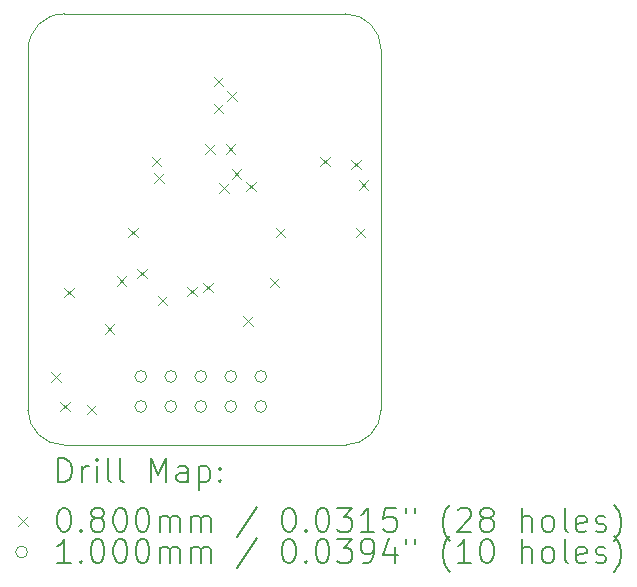
<source format=gbr>
%TF.GenerationSoftware,KiCad,Pcbnew,8.0.5*%
%TF.CreationDate,2024-11-27T14:16:54+01:00*%
%TF.ProjectId,TOF_PCB,544f465f-5043-4422-9e6b-696361645f70,rev?*%
%TF.SameCoordinates,Original*%
%TF.FileFunction,Drillmap*%
%TF.FilePolarity,Positive*%
%FSLAX45Y45*%
G04 Gerber Fmt 4.5, Leading zero omitted, Abs format (unit mm)*
G04 Created by KiCad (PCBNEW 8.0.5) date 2024-11-27 14:16:54*
%MOMM*%
%LPD*%
G01*
G04 APERTURE LIST*
%ADD10C,0.050000*%
%ADD11C,0.200000*%
%ADD12C,0.100000*%
G04 APERTURE END LIST*
D10*
X19050000Y-11750000D02*
G75*
G02*
X18750000Y-12050000I-300000J0D01*
G01*
X19050000Y-8700000D02*
X19050000Y-11750000D01*
X16060000Y-11755000D02*
X16063814Y-8704920D01*
X16362132Y-12050084D02*
X18750000Y-12050000D01*
X18750000Y-8400000D02*
G75*
G02*
X19050000Y-8700000I0J-300000D01*
G01*
X16370000Y-8400000D02*
X18750000Y-8400000D01*
X16063814Y-8704920D02*
G75*
G02*
X16370000Y-8399997I300026J4920D01*
G01*
X16362132Y-12050084D02*
G75*
G02*
X16060000Y-11755000I-2J302214D01*
G01*
D11*
D12*
X16260000Y-11435000D02*
X16340000Y-11515000D01*
X16340000Y-11435000D02*
X16260000Y-11515000D01*
X16335000Y-11685000D02*
X16415000Y-11765000D01*
X16415000Y-11685000D02*
X16335000Y-11765000D01*
X16370000Y-10720000D02*
X16450000Y-10800000D01*
X16450000Y-10720000D02*
X16370000Y-10800000D01*
X16560000Y-11710000D02*
X16640000Y-11790000D01*
X16640000Y-11710000D02*
X16560000Y-11790000D01*
X16710000Y-11030000D02*
X16790000Y-11110000D01*
X16790000Y-11030000D02*
X16710000Y-11110000D01*
X16815000Y-10623254D02*
X16895000Y-10703254D01*
X16895000Y-10623254D02*
X16815000Y-10703254D01*
X16910000Y-10210000D02*
X16990000Y-10290000D01*
X16990000Y-10210000D02*
X16910000Y-10290000D01*
X16985000Y-10560000D02*
X17065000Y-10640000D01*
X17065000Y-10560000D02*
X16985000Y-10640000D01*
X17110000Y-9610000D02*
X17190000Y-9690000D01*
X17190000Y-9610000D02*
X17110000Y-9690000D01*
X17131500Y-9751500D02*
X17211500Y-9831500D01*
X17211500Y-9751500D02*
X17131500Y-9831500D01*
X17160000Y-10785000D02*
X17240000Y-10865000D01*
X17240000Y-10785000D02*
X17160000Y-10865000D01*
X17410000Y-10710000D02*
X17490000Y-10790000D01*
X17490000Y-10710000D02*
X17410000Y-10790000D01*
X17546351Y-10678245D02*
X17626351Y-10758245D01*
X17626351Y-10678245D02*
X17546351Y-10758245D01*
X17563492Y-9505000D02*
X17643492Y-9585000D01*
X17643492Y-9505000D02*
X17563492Y-9585000D01*
X17635000Y-8935000D02*
X17715000Y-9015000D01*
X17715000Y-8935000D02*
X17635000Y-9015000D01*
X17635000Y-9159500D02*
X17715000Y-9239500D01*
X17715000Y-9159500D02*
X17635000Y-9239500D01*
X17680000Y-9835000D02*
X17760000Y-9915000D01*
X17760000Y-9835000D02*
X17680000Y-9915000D01*
X17735000Y-9505000D02*
X17815000Y-9585000D01*
X17815000Y-9505000D02*
X17735000Y-9585000D01*
X17750000Y-9054500D02*
X17830000Y-9134500D01*
X17830000Y-9054500D02*
X17750000Y-9134500D01*
X17785000Y-9715000D02*
X17865000Y-9795000D01*
X17865000Y-9715000D02*
X17785000Y-9795000D01*
X17885000Y-10960000D02*
X17965000Y-11040000D01*
X17965000Y-10960000D02*
X17885000Y-11040000D01*
X17910000Y-9820000D02*
X17990000Y-9900000D01*
X17990000Y-9820000D02*
X17910000Y-9900000D01*
X18110000Y-10635000D02*
X18190000Y-10715000D01*
X18190000Y-10635000D02*
X18110000Y-10715000D01*
X18160000Y-10210000D02*
X18240000Y-10290000D01*
X18240000Y-10210000D02*
X18160000Y-10290000D01*
X18535000Y-9610000D02*
X18615000Y-9690000D01*
X18615000Y-9610000D02*
X18535000Y-9690000D01*
X18799000Y-9635000D02*
X18879000Y-9715000D01*
X18879000Y-9635000D02*
X18799000Y-9715000D01*
X18835000Y-10210000D02*
X18915000Y-10290000D01*
X18915000Y-10210000D02*
X18835000Y-10290000D01*
X18860000Y-9810000D02*
X18940000Y-9890000D01*
X18940000Y-9810000D02*
X18860000Y-9890000D01*
X17066000Y-11470000D02*
G75*
G02*
X16966000Y-11470000I-50000J0D01*
G01*
X16966000Y-11470000D02*
G75*
G02*
X17066000Y-11470000I50000J0D01*
G01*
X17066000Y-11724000D02*
G75*
G02*
X16966000Y-11724000I-50000J0D01*
G01*
X16966000Y-11724000D02*
G75*
G02*
X17066000Y-11724000I50000J0D01*
G01*
X17320000Y-11470000D02*
G75*
G02*
X17220000Y-11470000I-50000J0D01*
G01*
X17220000Y-11470000D02*
G75*
G02*
X17320000Y-11470000I50000J0D01*
G01*
X17320000Y-11724000D02*
G75*
G02*
X17220000Y-11724000I-50000J0D01*
G01*
X17220000Y-11724000D02*
G75*
G02*
X17320000Y-11724000I50000J0D01*
G01*
X17574000Y-11470000D02*
G75*
G02*
X17474000Y-11470000I-50000J0D01*
G01*
X17474000Y-11470000D02*
G75*
G02*
X17574000Y-11470000I50000J0D01*
G01*
X17574000Y-11724000D02*
G75*
G02*
X17474000Y-11724000I-50000J0D01*
G01*
X17474000Y-11724000D02*
G75*
G02*
X17574000Y-11724000I50000J0D01*
G01*
X17828000Y-11470000D02*
G75*
G02*
X17728000Y-11470000I-50000J0D01*
G01*
X17728000Y-11470000D02*
G75*
G02*
X17828000Y-11470000I50000J0D01*
G01*
X17828000Y-11724000D02*
G75*
G02*
X17728000Y-11724000I-50000J0D01*
G01*
X17728000Y-11724000D02*
G75*
G02*
X17828000Y-11724000I50000J0D01*
G01*
X18082000Y-11470000D02*
G75*
G02*
X17982000Y-11470000I-50000J0D01*
G01*
X17982000Y-11470000D02*
G75*
G02*
X18082000Y-11470000I50000J0D01*
G01*
X18082000Y-11724000D02*
G75*
G02*
X17982000Y-11724000I-50000J0D01*
G01*
X17982000Y-11724000D02*
G75*
G02*
X18082000Y-11724000I50000J0D01*
G01*
D11*
X16318277Y-12364068D02*
X16318277Y-12164068D01*
X16318277Y-12164068D02*
X16365896Y-12164068D01*
X16365896Y-12164068D02*
X16394467Y-12173592D01*
X16394467Y-12173592D02*
X16413515Y-12192639D01*
X16413515Y-12192639D02*
X16423039Y-12211687D01*
X16423039Y-12211687D02*
X16432562Y-12249782D01*
X16432562Y-12249782D02*
X16432562Y-12278354D01*
X16432562Y-12278354D02*
X16423039Y-12316449D01*
X16423039Y-12316449D02*
X16413515Y-12335496D01*
X16413515Y-12335496D02*
X16394467Y-12354544D01*
X16394467Y-12354544D02*
X16365896Y-12364068D01*
X16365896Y-12364068D02*
X16318277Y-12364068D01*
X16518277Y-12364068D02*
X16518277Y-12230734D01*
X16518277Y-12268830D02*
X16527801Y-12249782D01*
X16527801Y-12249782D02*
X16537324Y-12240258D01*
X16537324Y-12240258D02*
X16556372Y-12230734D01*
X16556372Y-12230734D02*
X16575420Y-12230734D01*
X16642086Y-12364068D02*
X16642086Y-12230734D01*
X16642086Y-12164068D02*
X16632562Y-12173592D01*
X16632562Y-12173592D02*
X16642086Y-12183115D01*
X16642086Y-12183115D02*
X16651610Y-12173592D01*
X16651610Y-12173592D02*
X16642086Y-12164068D01*
X16642086Y-12164068D02*
X16642086Y-12183115D01*
X16765896Y-12364068D02*
X16746848Y-12354544D01*
X16746848Y-12354544D02*
X16737324Y-12335496D01*
X16737324Y-12335496D02*
X16737324Y-12164068D01*
X16870658Y-12364068D02*
X16851610Y-12354544D01*
X16851610Y-12354544D02*
X16842086Y-12335496D01*
X16842086Y-12335496D02*
X16842086Y-12164068D01*
X17099229Y-12364068D02*
X17099229Y-12164068D01*
X17099229Y-12164068D02*
X17165896Y-12306925D01*
X17165896Y-12306925D02*
X17232563Y-12164068D01*
X17232563Y-12164068D02*
X17232563Y-12364068D01*
X17413515Y-12364068D02*
X17413515Y-12259306D01*
X17413515Y-12259306D02*
X17403991Y-12240258D01*
X17403991Y-12240258D02*
X17384944Y-12230734D01*
X17384944Y-12230734D02*
X17346848Y-12230734D01*
X17346848Y-12230734D02*
X17327801Y-12240258D01*
X17413515Y-12354544D02*
X17394467Y-12364068D01*
X17394467Y-12364068D02*
X17346848Y-12364068D01*
X17346848Y-12364068D02*
X17327801Y-12354544D01*
X17327801Y-12354544D02*
X17318277Y-12335496D01*
X17318277Y-12335496D02*
X17318277Y-12316449D01*
X17318277Y-12316449D02*
X17327801Y-12297401D01*
X17327801Y-12297401D02*
X17346848Y-12287877D01*
X17346848Y-12287877D02*
X17394467Y-12287877D01*
X17394467Y-12287877D02*
X17413515Y-12278354D01*
X17508753Y-12230734D02*
X17508753Y-12430734D01*
X17508753Y-12240258D02*
X17527801Y-12230734D01*
X17527801Y-12230734D02*
X17565896Y-12230734D01*
X17565896Y-12230734D02*
X17584944Y-12240258D01*
X17584944Y-12240258D02*
X17594467Y-12249782D01*
X17594467Y-12249782D02*
X17603991Y-12268830D01*
X17603991Y-12268830D02*
X17603991Y-12325973D01*
X17603991Y-12325973D02*
X17594467Y-12345020D01*
X17594467Y-12345020D02*
X17584944Y-12354544D01*
X17584944Y-12354544D02*
X17565896Y-12364068D01*
X17565896Y-12364068D02*
X17527801Y-12364068D01*
X17527801Y-12364068D02*
X17508753Y-12354544D01*
X17689705Y-12345020D02*
X17699229Y-12354544D01*
X17699229Y-12354544D02*
X17689705Y-12364068D01*
X17689705Y-12364068D02*
X17680182Y-12354544D01*
X17680182Y-12354544D02*
X17689705Y-12345020D01*
X17689705Y-12345020D02*
X17689705Y-12364068D01*
X17689705Y-12240258D02*
X17699229Y-12249782D01*
X17699229Y-12249782D02*
X17689705Y-12259306D01*
X17689705Y-12259306D02*
X17680182Y-12249782D01*
X17680182Y-12249782D02*
X17689705Y-12240258D01*
X17689705Y-12240258D02*
X17689705Y-12259306D01*
D12*
X15977500Y-12652584D02*
X16057500Y-12732584D01*
X16057500Y-12652584D02*
X15977500Y-12732584D01*
D11*
X16356372Y-12584068D02*
X16375420Y-12584068D01*
X16375420Y-12584068D02*
X16394467Y-12593592D01*
X16394467Y-12593592D02*
X16403991Y-12603115D01*
X16403991Y-12603115D02*
X16413515Y-12622163D01*
X16413515Y-12622163D02*
X16423039Y-12660258D01*
X16423039Y-12660258D02*
X16423039Y-12707877D01*
X16423039Y-12707877D02*
X16413515Y-12745973D01*
X16413515Y-12745973D02*
X16403991Y-12765020D01*
X16403991Y-12765020D02*
X16394467Y-12774544D01*
X16394467Y-12774544D02*
X16375420Y-12784068D01*
X16375420Y-12784068D02*
X16356372Y-12784068D01*
X16356372Y-12784068D02*
X16337324Y-12774544D01*
X16337324Y-12774544D02*
X16327801Y-12765020D01*
X16327801Y-12765020D02*
X16318277Y-12745973D01*
X16318277Y-12745973D02*
X16308753Y-12707877D01*
X16308753Y-12707877D02*
X16308753Y-12660258D01*
X16308753Y-12660258D02*
X16318277Y-12622163D01*
X16318277Y-12622163D02*
X16327801Y-12603115D01*
X16327801Y-12603115D02*
X16337324Y-12593592D01*
X16337324Y-12593592D02*
X16356372Y-12584068D01*
X16508753Y-12765020D02*
X16518277Y-12774544D01*
X16518277Y-12774544D02*
X16508753Y-12784068D01*
X16508753Y-12784068D02*
X16499229Y-12774544D01*
X16499229Y-12774544D02*
X16508753Y-12765020D01*
X16508753Y-12765020D02*
X16508753Y-12784068D01*
X16632562Y-12669782D02*
X16613515Y-12660258D01*
X16613515Y-12660258D02*
X16603991Y-12650734D01*
X16603991Y-12650734D02*
X16594467Y-12631687D01*
X16594467Y-12631687D02*
X16594467Y-12622163D01*
X16594467Y-12622163D02*
X16603991Y-12603115D01*
X16603991Y-12603115D02*
X16613515Y-12593592D01*
X16613515Y-12593592D02*
X16632562Y-12584068D01*
X16632562Y-12584068D02*
X16670658Y-12584068D01*
X16670658Y-12584068D02*
X16689705Y-12593592D01*
X16689705Y-12593592D02*
X16699229Y-12603115D01*
X16699229Y-12603115D02*
X16708753Y-12622163D01*
X16708753Y-12622163D02*
X16708753Y-12631687D01*
X16708753Y-12631687D02*
X16699229Y-12650734D01*
X16699229Y-12650734D02*
X16689705Y-12660258D01*
X16689705Y-12660258D02*
X16670658Y-12669782D01*
X16670658Y-12669782D02*
X16632562Y-12669782D01*
X16632562Y-12669782D02*
X16613515Y-12679306D01*
X16613515Y-12679306D02*
X16603991Y-12688830D01*
X16603991Y-12688830D02*
X16594467Y-12707877D01*
X16594467Y-12707877D02*
X16594467Y-12745973D01*
X16594467Y-12745973D02*
X16603991Y-12765020D01*
X16603991Y-12765020D02*
X16613515Y-12774544D01*
X16613515Y-12774544D02*
X16632562Y-12784068D01*
X16632562Y-12784068D02*
X16670658Y-12784068D01*
X16670658Y-12784068D02*
X16689705Y-12774544D01*
X16689705Y-12774544D02*
X16699229Y-12765020D01*
X16699229Y-12765020D02*
X16708753Y-12745973D01*
X16708753Y-12745973D02*
X16708753Y-12707877D01*
X16708753Y-12707877D02*
X16699229Y-12688830D01*
X16699229Y-12688830D02*
X16689705Y-12679306D01*
X16689705Y-12679306D02*
X16670658Y-12669782D01*
X16832563Y-12584068D02*
X16851610Y-12584068D01*
X16851610Y-12584068D02*
X16870658Y-12593592D01*
X16870658Y-12593592D02*
X16880182Y-12603115D01*
X16880182Y-12603115D02*
X16889705Y-12622163D01*
X16889705Y-12622163D02*
X16899229Y-12660258D01*
X16899229Y-12660258D02*
X16899229Y-12707877D01*
X16899229Y-12707877D02*
X16889705Y-12745973D01*
X16889705Y-12745973D02*
X16880182Y-12765020D01*
X16880182Y-12765020D02*
X16870658Y-12774544D01*
X16870658Y-12774544D02*
X16851610Y-12784068D01*
X16851610Y-12784068D02*
X16832563Y-12784068D01*
X16832563Y-12784068D02*
X16813515Y-12774544D01*
X16813515Y-12774544D02*
X16803991Y-12765020D01*
X16803991Y-12765020D02*
X16794467Y-12745973D01*
X16794467Y-12745973D02*
X16784944Y-12707877D01*
X16784944Y-12707877D02*
X16784944Y-12660258D01*
X16784944Y-12660258D02*
X16794467Y-12622163D01*
X16794467Y-12622163D02*
X16803991Y-12603115D01*
X16803991Y-12603115D02*
X16813515Y-12593592D01*
X16813515Y-12593592D02*
X16832563Y-12584068D01*
X17023039Y-12584068D02*
X17042086Y-12584068D01*
X17042086Y-12584068D02*
X17061134Y-12593592D01*
X17061134Y-12593592D02*
X17070658Y-12603115D01*
X17070658Y-12603115D02*
X17080182Y-12622163D01*
X17080182Y-12622163D02*
X17089705Y-12660258D01*
X17089705Y-12660258D02*
X17089705Y-12707877D01*
X17089705Y-12707877D02*
X17080182Y-12745973D01*
X17080182Y-12745973D02*
X17070658Y-12765020D01*
X17070658Y-12765020D02*
X17061134Y-12774544D01*
X17061134Y-12774544D02*
X17042086Y-12784068D01*
X17042086Y-12784068D02*
X17023039Y-12784068D01*
X17023039Y-12784068D02*
X17003991Y-12774544D01*
X17003991Y-12774544D02*
X16994467Y-12765020D01*
X16994467Y-12765020D02*
X16984944Y-12745973D01*
X16984944Y-12745973D02*
X16975420Y-12707877D01*
X16975420Y-12707877D02*
X16975420Y-12660258D01*
X16975420Y-12660258D02*
X16984944Y-12622163D01*
X16984944Y-12622163D02*
X16994467Y-12603115D01*
X16994467Y-12603115D02*
X17003991Y-12593592D01*
X17003991Y-12593592D02*
X17023039Y-12584068D01*
X17175420Y-12784068D02*
X17175420Y-12650734D01*
X17175420Y-12669782D02*
X17184944Y-12660258D01*
X17184944Y-12660258D02*
X17203991Y-12650734D01*
X17203991Y-12650734D02*
X17232563Y-12650734D01*
X17232563Y-12650734D02*
X17251610Y-12660258D01*
X17251610Y-12660258D02*
X17261134Y-12679306D01*
X17261134Y-12679306D02*
X17261134Y-12784068D01*
X17261134Y-12679306D02*
X17270658Y-12660258D01*
X17270658Y-12660258D02*
X17289705Y-12650734D01*
X17289705Y-12650734D02*
X17318277Y-12650734D01*
X17318277Y-12650734D02*
X17337325Y-12660258D01*
X17337325Y-12660258D02*
X17346848Y-12679306D01*
X17346848Y-12679306D02*
X17346848Y-12784068D01*
X17442086Y-12784068D02*
X17442086Y-12650734D01*
X17442086Y-12669782D02*
X17451610Y-12660258D01*
X17451610Y-12660258D02*
X17470658Y-12650734D01*
X17470658Y-12650734D02*
X17499229Y-12650734D01*
X17499229Y-12650734D02*
X17518277Y-12660258D01*
X17518277Y-12660258D02*
X17527801Y-12679306D01*
X17527801Y-12679306D02*
X17527801Y-12784068D01*
X17527801Y-12679306D02*
X17537325Y-12660258D01*
X17537325Y-12660258D02*
X17556372Y-12650734D01*
X17556372Y-12650734D02*
X17584944Y-12650734D01*
X17584944Y-12650734D02*
X17603991Y-12660258D01*
X17603991Y-12660258D02*
X17613515Y-12679306D01*
X17613515Y-12679306D02*
X17613515Y-12784068D01*
X18003991Y-12574544D02*
X17832563Y-12831687D01*
X18261134Y-12584068D02*
X18280182Y-12584068D01*
X18280182Y-12584068D02*
X18299229Y-12593592D01*
X18299229Y-12593592D02*
X18308753Y-12603115D01*
X18308753Y-12603115D02*
X18318277Y-12622163D01*
X18318277Y-12622163D02*
X18327801Y-12660258D01*
X18327801Y-12660258D02*
X18327801Y-12707877D01*
X18327801Y-12707877D02*
X18318277Y-12745973D01*
X18318277Y-12745973D02*
X18308753Y-12765020D01*
X18308753Y-12765020D02*
X18299229Y-12774544D01*
X18299229Y-12774544D02*
X18280182Y-12784068D01*
X18280182Y-12784068D02*
X18261134Y-12784068D01*
X18261134Y-12784068D02*
X18242087Y-12774544D01*
X18242087Y-12774544D02*
X18232563Y-12765020D01*
X18232563Y-12765020D02*
X18223039Y-12745973D01*
X18223039Y-12745973D02*
X18213515Y-12707877D01*
X18213515Y-12707877D02*
X18213515Y-12660258D01*
X18213515Y-12660258D02*
X18223039Y-12622163D01*
X18223039Y-12622163D02*
X18232563Y-12603115D01*
X18232563Y-12603115D02*
X18242087Y-12593592D01*
X18242087Y-12593592D02*
X18261134Y-12584068D01*
X18413515Y-12765020D02*
X18423039Y-12774544D01*
X18423039Y-12774544D02*
X18413515Y-12784068D01*
X18413515Y-12784068D02*
X18403991Y-12774544D01*
X18403991Y-12774544D02*
X18413515Y-12765020D01*
X18413515Y-12765020D02*
X18413515Y-12784068D01*
X18546848Y-12584068D02*
X18565896Y-12584068D01*
X18565896Y-12584068D02*
X18584944Y-12593592D01*
X18584944Y-12593592D02*
X18594468Y-12603115D01*
X18594468Y-12603115D02*
X18603991Y-12622163D01*
X18603991Y-12622163D02*
X18613515Y-12660258D01*
X18613515Y-12660258D02*
X18613515Y-12707877D01*
X18613515Y-12707877D02*
X18603991Y-12745973D01*
X18603991Y-12745973D02*
X18594468Y-12765020D01*
X18594468Y-12765020D02*
X18584944Y-12774544D01*
X18584944Y-12774544D02*
X18565896Y-12784068D01*
X18565896Y-12784068D02*
X18546848Y-12784068D01*
X18546848Y-12784068D02*
X18527801Y-12774544D01*
X18527801Y-12774544D02*
X18518277Y-12765020D01*
X18518277Y-12765020D02*
X18508753Y-12745973D01*
X18508753Y-12745973D02*
X18499229Y-12707877D01*
X18499229Y-12707877D02*
X18499229Y-12660258D01*
X18499229Y-12660258D02*
X18508753Y-12622163D01*
X18508753Y-12622163D02*
X18518277Y-12603115D01*
X18518277Y-12603115D02*
X18527801Y-12593592D01*
X18527801Y-12593592D02*
X18546848Y-12584068D01*
X18680182Y-12584068D02*
X18803991Y-12584068D01*
X18803991Y-12584068D02*
X18737325Y-12660258D01*
X18737325Y-12660258D02*
X18765896Y-12660258D01*
X18765896Y-12660258D02*
X18784944Y-12669782D01*
X18784944Y-12669782D02*
X18794468Y-12679306D01*
X18794468Y-12679306D02*
X18803991Y-12698354D01*
X18803991Y-12698354D02*
X18803991Y-12745973D01*
X18803991Y-12745973D02*
X18794468Y-12765020D01*
X18794468Y-12765020D02*
X18784944Y-12774544D01*
X18784944Y-12774544D02*
X18765896Y-12784068D01*
X18765896Y-12784068D02*
X18708753Y-12784068D01*
X18708753Y-12784068D02*
X18689706Y-12774544D01*
X18689706Y-12774544D02*
X18680182Y-12765020D01*
X18994468Y-12784068D02*
X18880182Y-12784068D01*
X18937325Y-12784068D02*
X18937325Y-12584068D01*
X18937325Y-12584068D02*
X18918277Y-12612639D01*
X18918277Y-12612639D02*
X18899229Y-12631687D01*
X18899229Y-12631687D02*
X18880182Y-12641211D01*
X19175420Y-12584068D02*
X19080182Y-12584068D01*
X19080182Y-12584068D02*
X19070658Y-12679306D01*
X19070658Y-12679306D02*
X19080182Y-12669782D01*
X19080182Y-12669782D02*
X19099229Y-12660258D01*
X19099229Y-12660258D02*
X19146849Y-12660258D01*
X19146849Y-12660258D02*
X19165896Y-12669782D01*
X19165896Y-12669782D02*
X19175420Y-12679306D01*
X19175420Y-12679306D02*
X19184944Y-12698354D01*
X19184944Y-12698354D02*
X19184944Y-12745973D01*
X19184944Y-12745973D02*
X19175420Y-12765020D01*
X19175420Y-12765020D02*
X19165896Y-12774544D01*
X19165896Y-12774544D02*
X19146849Y-12784068D01*
X19146849Y-12784068D02*
X19099229Y-12784068D01*
X19099229Y-12784068D02*
X19080182Y-12774544D01*
X19080182Y-12774544D02*
X19070658Y-12765020D01*
X19261134Y-12584068D02*
X19261134Y-12622163D01*
X19337325Y-12584068D02*
X19337325Y-12622163D01*
X19632563Y-12860258D02*
X19623039Y-12850734D01*
X19623039Y-12850734D02*
X19603991Y-12822163D01*
X19603991Y-12822163D02*
X19594468Y-12803115D01*
X19594468Y-12803115D02*
X19584944Y-12774544D01*
X19584944Y-12774544D02*
X19575420Y-12726925D01*
X19575420Y-12726925D02*
X19575420Y-12688830D01*
X19575420Y-12688830D02*
X19584944Y-12641211D01*
X19584944Y-12641211D02*
X19594468Y-12612639D01*
X19594468Y-12612639D02*
X19603991Y-12593592D01*
X19603991Y-12593592D02*
X19623039Y-12565020D01*
X19623039Y-12565020D02*
X19632563Y-12555496D01*
X19699230Y-12603115D02*
X19708753Y-12593592D01*
X19708753Y-12593592D02*
X19727801Y-12584068D01*
X19727801Y-12584068D02*
X19775420Y-12584068D01*
X19775420Y-12584068D02*
X19794468Y-12593592D01*
X19794468Y-12593592D02*
X19803991Y-12603115D01*
X19803991Y-12603115D02*
X19813515Y-12622163D01*
X19813515Y-12622163D02*
X19813515Y-12641211D01*
X19813515Y-12641211D02*
X19803991Y-12669782D01*
X19803991Y-12669782D02*
X19689706Y-12784068D01*
X19689706Y-12784068D02*
X19813515Y-12784068D01*
X19927801Y-12669782D02*
X19908753Y-12660258D01*
X19908753Y-12660258D02*
X19899230Y-12650734D01*
X19899230Y-12650734D02*
X19889706Y-12631687D01*
X19889706Y-12631687D02*
X19889706Y-12622163D01*
X19889706Y-12622163D02*
X19899230Y-12603115D01*
X19899230Y-12603115D02*
X19908753Y-12593592D01*
X19908753Y-12593592D02*
X19927801Y-12584068D01*
X19927801Y-12584068D02*
X19965896Y-12584068D01*
X19965896Y-12584068D02*
X19984944Y-12593592D01*
X19984944Y-12593592D02*
X19994468Y-12603115D01*
X19994468Y-12603115D02*
X20003991Y-12622163D01*
X20003991Y-12622163D02*
X20003991Y-12631687D01*
X20003991Y-12631687D02*
X19994468Y-12650734D01*
X19994468Y-12650734D02*
X19984944Y-12660258D01*
X19984944Y-12660258D02*
X19965896Y-12669782D01*
X19965896Y-12669782D02*
X19927801Y-12669782D01*
X19927801Y-12669782D02*
X19908753Y-12679306D01*
X19908753Y-12679306D02*
X19899230Y-12688830D01*
X19899230Y-12688830D02*
X19889706Y-12707877D01*
X19889706Y-12707877D02*
X19889706Y-12745973D01*
X19889706Y-12745973D02*
X19899230Y-12765020D01*
X19899230Y-12765020D02*
X19908753Y-12774544D01*
X19908753Y-12774544D02*
X19927801Y-12784068D01*
X19927801Y-12784068D02*
X19965896Y-12784068D01*
X19965896Y-12784068D02*
X19984944Y-12774544D01*
X19984944Y-12774544D02*
X19994468Y-12765020D01*
X19994468Y-12765020D02*
X20003991Y-12745973D01*
X20003991Y-12745973D02*
X20003991Y-12707877D01*
X20003991Y-12707877D02*
X19994468Y-12688830D01*
X19994468Y-12688830D02*
X19984944Y-12679306D01*
X19984944Y-12679306D02*
X19965896Y-12669782D01*
X20242087Y-12784068D02*
X20242087Y-12584068D01*
X20327801Y-12784068D02*
X20327801Y-12679306D01*
X20327801Y-12679306D02*
X20318277Y-12660258D01*
X20318277Y-12660258D02*
X20299230Y-12650734D01*
X20299230Y-12650734D02*
X20270658Y-12650734D01*
X20270658Y-12650734D02*
X20251611Y-12660258D01*
X20251611Y-12660258D02*
X20242087Y-12669782D01*
X20451611Y-12784068D02*
X20432563Y-12774544D01*
X20432563Y-12774544D02*
X20423039Y-12765020D01*
X20423039Y-12765020D02*
X20413515Y-12745973D01*
X20413515Y-12745973D02*
X20413515Y-12688830D01*
X20413515Y-12688830D02*
X20423039Y-12669782D01*
X20423039Y-12669782D02*
X20432563Y-12660258D01*
X20432563Y-12660258D02*
X20451611Y-12650734D01*
X20451611Y-12650734D02*
X20480182Y-12650734D01*
X20480182Y-12650734D02*
X20499230Y-12660258D01*
X20499230Y-12660258D02*
X20508753Y-12669782D01*
X20508753Y-12669782D02*
X20518277Y-12688830D01*
X20518277Y-12688830D02*
X20518277Y-12745973D01*
X20518277Y-12745973D02*
X20508753Y-12765020D01*
X20508753Y-12765020D02*
X20499230Y-12774544D01*
X20499230Y-12774544D02*
X20480182Y-12784068D01*
X20480182Y-12784068D02*
X20451611Y-12784068D01*
X20632563Y-12784068D02*
X20613515Y-12774544D01*
X20613515Y-12774544D02*
X20603992Y-12755496D01*
X20603992Y-12755496D02*
X20603992Y-12584068D01*
X20784944Y-12774544D02*
X20765896Y-12784068D01*
X20765896Y-12784068D02*
X20727801Y-12784068D01*
X20727801Y-12784068D02*
X20708753Y-12774544D01*
X20708753Y-12774544D02*
X20699230Y-12755496D01*
X20699230Y-12755496D02*
X20699230Y-12679306D01*
X20699230Y-12679306D02*
X20708753Y-12660258D01*
X20708753Y-12660258D02*
X20727801Y-12650734D01*
X20727801Y-12650734D02*
X20765896Y-12650734D01*
X20765896Y-12650734D02*
X20784944Y-12660258D01*
X20784944Y-12660258D02*
X20794468Y-12679306D01*
X20794468Y-12679306D02*
X20794468Y-12698354D01*
X20794468Y-12698354D02*
X20699230Y-12717401D01*
X20870658Y-12774544D02*
X20889706Y-12784068D01*
X20889706Y-12784068D02*
X20927801Y-12784068D01*
X20927801Y-12784068D02*
X20946849Y-12774544D01*
X20946849Y-12774544D02*
X20956373Y-12755496D01*
X20956373Y-12755496D02*
X20956373Y-12745973D01*
X20956373Y-12745973D02*
X20946849Y-12726925D01*
X20946849Y-12726925D02*
X20927801Y-12717401D01*
X20927801Y-12717401D02*
X20899230Y-12717401D01*
X20899230Y-12717401D02*
X20880182Y-12707877D01*
X20880182Y-12707877D02*
X20870658Y-12688830D01*
X20870658Y-12688830D02*
X20870658Y-12679306D01*
X20870658Y-12679306D02*
X20880182Y-12660258D01*
X20880182Y-12660258D02*
X20899230Y-12650734D01*
X20899230Y-12650734D02*
X20927801Y-12650734D01*
X20927801Y-12650734D02*
X20946849Y-12660258D01*
X21023039Y-12860258D02*
X21032563Y-12850734D01*
X21032563Y-12850734D02*
X21051611Y-12822163D01*
X21051611Y-12822163D02*
X21061134Y-12803115D01*
X21061134Y-12803115D02*
X21070658Y-12774544D01*
X21070658Y-12774544D02*
X21080182Y-12726925D01*
X21080182Y-12726925D02*
X21080182Y-12688830D01*
X21080182Y-12688830D02*
X21070658Y-12641211D01*
X21070658Y-12641211D02*
X21061134Y-12612639D01*
X21061134Y-12612639D02*
X21051611Y-12593592D01*
X21051611Y-12593592D02*
X21032563Y-12565020D01*
X21032563Y-12565020D02*
X21023039Y-12555496D01*
D12*
X16057500Y-12956584D02*
G75*
G02*
X15957500Y-12956584I-50000J0D01*
G01*
X15957500Y-12956584D02*
G75*
G02*
X16057500Y-12956584I50000J0D01*
G01*
D11*
X16423039Y-13048068D02*
X16308753Y-13048068D01*
X16365896Y-13048068D02*
X16365896Y-12848068D01*
X16365896Y-12848068D02*
X16346848Y-12876639D01*
X16346848Y-12876639D02*
X16327801Y-12895687D01*
X16327801Y-12895687D02*
X16308753Y-12905211D01*
X16508753Y-13029020D02*
X16518277Y-13038544D01*
X16518277Y-13038544D02*
X16508753Y-13048068D01*
X16508753Y-13048068D02*
X16499229Y-13038544D01*
X16499229Y-13038544D02*
X16508753Y-13029020D01*
X16508753Y-13029020D02*
X16508753Y-13048068D01*
X16642086Y-12848068D02*
X16661134Y-12848068D01*
X16661134Y-12848068D02*
X16680182Y-12857592D01*
X16680182Y-12857592D02*
X16689705Y-12867115D01*
X16689705Y-12867115D02*
X16699229Y-12886163D01*
X16699229Y-12886163D02*
X16708753Y-12924258D01*
X16708753Y-12924258D02*
X16708753Y-12971877D01*
X16708753Y-12971877D02*
X16699229Y-13009973D01*
X16699229Y-13009973D02*
X16689705Y-13029020D01*
X16689705Y-13029020D02*
X16680182Y-13038544D01*
X16680182Y-13038544D02*
X16661134Y-13048068D01*
X16661134Y-13048068D02*
X16642086Y-13048068D01*
X16642086Y-13048068D02*
X16623039Y-13038544D01*
X16623039Y-13038544D02*
X16613515Y-13029020D01*
X16613515Y-13029020D02*
X16603991Y-13009973D01*
X16603991Y-13009973D02*
X16594467Y-12971877D01*
X16594467Y-12971877D02*
X16594467Y-12924258D01*
X16594467Y-12924258D02*
X16603991Y-12886163D01*
X16603991Y-12886163D02*
X16613515Y-12867115D01*
X16613515Y-12867115D02*
X16623039Y-12857592D01*
X16623039Y-12857592D02*
X16642086Y-12848068D01*
X16832563Y-12848068D02*
X16851610Y-12848068D01*
X16851610Y-12848068D02*
X16870658Y-12857592D01*
X16870658Y-12857592D02*
X16880182Y-12867115D01*
X16880182Y-12867115D02*
X16889705Y-12886163D01*
X16889705Y-12886163D02*
X16899229Y-12924258D01*
X16899229Y-12924258D02*
X16899229Y-12971877D01*
X16899229Y-12971877D02*
X16889705Y-13009973D01*
X16889705Y-13009973D02*
X16880182Y-13029020D01*
X16880182Y-13029020D02*
X16870658Y-13038544D01*
X16870658Y-13038544D02*
X16851610Y-13048068D01*
X16851610Y-13048068D02*
X16832563Y-13048068D01*
X16832563Y-13048068D02*
X16813515Y-13038544D01*
X16813515Y-13038544D02*
X16803991Y-13029020D01*
X16803991Y-13029020D02*
X16794467Y-13009973D01*
X16794467Y-13009973D02*
X16784944Y-12971877D01*
X16784944Y-12971877D02*
X16784944Y-12924258D01*
X16784944Y-12924258D02*
X16794467Y-12886163D01*
X16794467Y-12886163D02*
X16803991Y-12867115D01*
X16803991Y-12867115D02*
X16813515Y-12857592D01*
X16813515Y-12857592D02*
X16832563Y-12848068D01*
X17023039Y-12848068D02*
X17042086Y-12848068D01*
X17042086Y-12848068D02*
X17061134Y-12857592D01*
X17061134Y-12857592D02*
X17070658Y-12867115D01*
X17070658Y-12867115D02*
X17080182Y-12886163D01*
X17080182Y-12886163D02*
X17089705Y-12924258D01*
X17089705Y-12924258D02*
X17089705Y-12971877D01*
X17089705Y-12971877D02*
X17080182Y-13009973D01*
X17080182Y-13009973D02*
X17070658Y-13029020D01*
X17070658Y-13029020D02*
X17061134Y-13038544D01*
X17061134Y-13038544D02*
X17042086Y-13048068D01*
X17042086Y-13048068D02*
X17023039Y-13048068D01*
X17023039Y-13048068D02*
X17003991Y-13038544D01*
X17003991Y-13038544D02*
X16994467Y-13029020D01*
X16994467Y-13029020D02*
X16984944Y-13009973D01*
X16984944Y-13009973D02*
X16975420Y-12971877D01*
X16975420Y-12971877D02*
X16975420Y-12924258D01*
X16975420Y-12924258D02*
X16984944Y-12886163D01*
X16984944Y-12886163D02*
X16994467Y-12867115D01*
X16994467Y-12867115D02*
X17003991Y-12857592D01*
X17003991Y-12857592D02*
X17023039Y-12848068D01*
X17175420Y-13048068D02*
X17175420Y-12914734D01*
X17175420Y-12933782D02*
X17184944Y-12924258D01*
X17184944Y-12924258D02*
X17203991Y-12914734D01*
X17203991Y-12914734D02*
X17232563Y-12914734D01*
X17232563Y-12914734D02*
X17251610Y-12924258D01*
X17251610Y-12924258D02*
X17261134Y-12943306D01*
X17261134Y-12943306D02*
X17261134Y-13048068D01*
X17261134Y-12943306D02*
X17270658Y-12924258D01*
X17270658Y-12924258D02*
X17289705Y-12914734D01*
X17289705Y-12914734D02*
X17318277Y-12914734D01*
X17318277Y-12914734D02*
X17337325Y-12924258D01*
X17337325Y-12924258D02*
X17346848Y-12943306D01*
X17346848Y-12943306D02*
X17346848Y-13048068D01*
X17442086Y-13048068D02*
X17442086Y-12914734D01*
X17442086Y-12933782D02*
X17451610Y-12924258D01*
X17451610Y-12924258D02*
X17470658Y-12914734D01*
X17470658Y-12914734D02*
X17499229Y-12914734D01*
X17499229Y-12914734D02*
X17518277Y-12924258D01*
X17518277Y-12924258D02*
X17527801Y-12943306D01*
X17527801Y-12943306D02*
X17527801Y-13048068D01*
X17527801Y-12943306D02*
X17537325Y-12924258D01*
X17537325Y-12924258D02*
X17556372Y-12914734D01*
X17556372Y-12914734D02*
X17584944Y-12914734D01*
X17584944Y-12914734D02*
X17603991Y-12924258D01*
X17603991Y-12924258D02*
X17613515Y-12943306D01*
X17613515Y-12943306D02*
X17613515Y-13048068D01*
X18003991Y-12838544D02*
X17832563Y-13095687D01*
X18261134Y-12848068D02*
X18280182Y-12848068D01*
X18280182Y-12848068D02*
X18299229Y-12857592D01*
X18299229Y-12857592D02*
X18308753Y-12867115D01*
X18308753Y-12867115D02*
X18318277Y-12886163D01*
X18318277Y-12886163D02*
X18327801Y-12924258D01*
X18327801Y-12924258D02*
X18327801Y-12971877D01*
X18327801Y-12971877D02*
X18318277Y-13009973D01*
X18318277Y-13009973D02*
X18308753Y-13029020D01*
X18308753Y-13029020D02*
X18299229Y-13038544D01*
X18299229Y-13038544D02*
X18280182Y-13048068D01*
X18280182Y-13048068D02*
X18261134Y-13048068D01*
X18261134Y-13048068D02*
X18242087Y-13038544D01*
X18242087Y-13038544D02*
X18232563Y-13029020D01*
X18232563Y-13029020D02*
X18223039Y-13009973D01*
X18223039Y-13009973D02*
X18213515Y-12971877D01*
X18213515Y-12971877D02*
X18213515Y-12924258D01*
X18213515Y-12924258D02*
X18223039Y-12886163D01*
X18223039Y-12886163D02*
X18232563Y-12867115D01*
X18232563Y-12867115D02*
X18242087Y-12857592D01*
X18242087Y-12857592D02*
X18261134Y-12848068D01*
X18413515Y-13029020D02*
X18423039Y-13038544D01*
X18423039Y-13038544D02*
X18413515Y-13048068D01*
X18413515Y-13048068D02*
X18403991Y-13038544D01*
X18403991Y-13038544D02*
X18413515Y-13029020D01*
X18413515Y-13029020D02*
X18413515Y-13048068D01*
X18546848Y-12848068D02*
X18565896Y-12848068D01*
X18565896Y-12848068D02*
X18584944Y-12857592D01*
X18584944Y-12857592D02*
X18594468Y-12867115D01*
X18594468Y-12867115D02*
X18603991Y-12886163D01*
X18603991Y-12886163D02*
X18613515Y-12924258D01*
X18613515Y-12924258D02*
X18613515Y-12971877D01*
X18613515Y-12971877D02*
X18603991Y-13009973D01*
X18603991Y-13009973D02*
X18594468Y-13029020D01*
X18594468Y-13029020D02*
X18584944Y-13038544D01*
X18584944Y-13038544D02*
X18565896Y-13048068D01*
X18565896Y-13048068D02*
X18546848Y-13048068D01*
X18546848Y-13048068D02*
X18527801Y-13038544D01*
X18527801Y-13038544D02*
X18518277Y-13029020D01*
X18518277Y-13029020D02*
X18508753Y-13009973D01*
X18508753Y-13009973D02*
X18499229Y-12971877D01*
X18499229Y-12971877D02*
X18499229Y-12924258D01*
X18499229Y-12924258D02*
X18508753Y-12886163D01*
X18508753Y-12886163D02*
X18518277Y-12867115D01*
X18518277Y-12867115D02*
X18527801Y-12857592D01*
X18527801Y-12857592D02*
X18546848Y-12848068D01*
X18680182Y-12848068D02*
X18803991Y-12848068D01*
X18803991Y-12848068D02*
X18737325Y-12924258D01*
X18737325Y-12924258D02*
X18765896Y-12924258D01*
X18765896Y-12924258D02*
X18784944Y-12933782D01*
X18784944Y-12933782D02*
X18794468Y-12943306D01*
X18794468Y-12943306D02*
X18803991Y-12962354D01*
X18803991Y-12962354D02*
X18803991Y-13009973D01*
X18803991Y-13009973D02*
X18794468Y-13029020D01*
X18794468Y-13029020D02*
X18784944Y-13038544D01*
X18784944Y-13038544D02*
X18765896Y-13048068D01*
X18765896Y-13048068D02*
X18708753Y-13048068D01*
X18708753Y-13048068D02*
X18689706Y-13038544D01*
X18689706Y-13038544D02*
X18680182Y-13029020D01*
X18899229Y-13048068D02*
X18937325Y-13048068D01*
X18937325Y-13048068D02*
X18956372Y-13038544D01*
X18956372Y-13038544D02*
X18965896Y-13029020D01*
X18965896Y-13029020D02*
X18984944Y-13000449D01*
X18984944Y-13000449D02*
X18994468Y-12962354D01*
X18994468Y-12962354D02*
X18994468Y-12886163D01*
X18994468Y-12886163D02*
X18984944Y-12867115D01*
X18984944Y-12867115D02*
X18975420Y-12857592D01*
X18975420Y-12857592D02*
X18956372Y-12848068D01*
X18956372Y-12848068D02*
X18918277Y-12848068D01*
X18918277Y-12848068D02*
X18899229Y-12857592D01*
X18899229Y-12857592D02*
X18889706Y-12867115D01*
X18889706Y-12867115D02*
X18880182Y-12886163D01*
X18880182Y-12886163D02*
X18880182Y-12933782D01*
X18880182Y-12933782D02*
X18889706Y-12952830D01*
X18889706Y-12952830D02*
X18899229Y-12962354D01*
X18899229Y-12962354D02*
X18918277Y-12971877D01*
X18918277Y-12971877D02*
X18956372Y-12971877D01*
X18956372Y-12971877D02*
X18975420Y-12962354D01*
X18975420Y-12962354D02*
X18984944Y-12952830D01*
X18984944Y-12952830D02*
X18994468Y-12933782D01*
X19165896Y-12914734D02*
X19165896Y-13048068D01*
X19118277Y-12838544D02*
X19070658Y-12981401D01*
X19070658Y-12981401D02*
X19194468Y-12981401D01*
X19261134Y-12848068D02*
X19261134Y-12886163D01*
X19337325Y-12848068D02*
X19337325Y-12886163D01*
X19632563Y-13124258D02*
X19623039Y-13114734D01*
X19623039Y-13114734D02*
X19603991Y-13086163D01*
X19603991Y-13086163D02*
X19594468Y-13067115D01*
X19594468Y-13067115D02*
X19584944Y-13038544D01*
X19584944Y-13038544D02*
X19575420Y-12990925D01*
X19575420Y-12990925D02*
X19575420Y-12952830D01*
X19575420Y-12952830D02*
X19584944Y-12905211D01*
X19584944Y-12905211D02*
X19594468Y-12876639D01*
X19594468Y-12876639D02*
X19603991Y-12857592D01*
X19603991Y-12857592D02*
X19623039Y-12829020D01*
X19623039Y-12829020D02*
X19632563Y-12819496D01*
X19813515Y-13048068D02*
X19699230Y-13048068D01*
X19756372Y-13048068D02*
X19756372Y-12848068D01*
X19756372Y-12848068D02*
X19737325Y-12876639D01*
X19737325Y-12876639D02*
X19718277Y-12895687D01*
X19718277Y-12895687D02*
X19699230Y-12905211D01*
X19937325Y-12848068D02*
X19956372Y-12848068D01*
X19956372Y-12848068D02*
X19975420Y-12857592D01*
X19975420Y-12857592D02*
X19984944Y-12867115D01*
X19984944Y-12867115D02*
X19994468Y-12886163D01*
X19994468Y-12886163D02*
X20003991Y-12924258D01*
X20003991Y-12924258D02*
X20003991Y-12971877D01*
X20003991Y-12971877D02*
X19994468Y-13009973D01*
X19994468Y-13009973D02*
X19984944Y-13029020D01*
X19984944Y-13029020D02*
X19975420Y-13038544D01*
X19975420Y-13038544D02*
X19956372Y-13048068D01*
X19956372Y-13048068D02*
X19937325Y-13048068D01*
X19937325Y-13048068D02*
X19918277Y-13038544D01*
X19918277Y-13038544D02*
X19908753Y-13029020D01*
X19908753Y-13029020D02*
X19899230Y-13009973D01*
X19899230Y-13009973D02*
X19889706Y-12971877D01*
X19889706Y-12971877D02*
X19889706Y-12924258D01*
X19889706Y-12924258D02*
X19899230Y-12886163D01*
X19899230Y-12886163D02*
X19908753Y-12867115D01*
X19908753Y-12867115D02*
X19918277Y-12857592D01*
X19918277Y-12857592D02*
X19937325Y-12848068D01*
X20242087Y-13048068D02*
X20242087Y-12848068D01*
X20327801Y-13048068D02*
X20327801Y-12943306D01*
X20327801Y-12943306D02*
X20318277Y-12924258D01*
X20318277Y-12924258D02*
X20299230Y-12914734D01*
X20299230Y-12914734D02*
X20270658Y-12914734D01*
X20270658Y-12914734D02*
X20251611Y-12924258D01*
X20251611Y-12924258D02*
X20242087Y-12933782D01*
X20451611Y-13048068D02*
X20432563Y-13038544D01*
X20432563Y-13038544D02*
X20423039Y-13029020D01*
X20423039Y-13029020D02*
X20413515Y-13009973D01*
X20413515Y-13009973D02*
X20413515Y-12952830D01*
X20413515Y-12952830D02*
X20423039Y-12933782D01*
X20423039Y-12933782D02*
X20432563Y-12924258D01*
X20432563Y-12924258D02*
X20451611Y-12914734D01*
X20451611Y-12914734D02*
X20480182Y-12914734D01*
X20480182Y-12914734D02*
X20499230Y-12924258D01*
X20499230Y-12924258D02*
X20508753Y-12933782D01*
X20508753Y-12933782D02*
X20518277Y-12952830D01*
X20518277Y-12952830D02*
X20518277Y-13009973D01*
X20518277Y-13009973D02*
X20508753Y-13029020D01*
X20508753Y-13029020D02*
X20499230Y-13038544D01*
X20499230Y-13038544D02*
X20480182Y-13048068D01*
X20480182Y-13048068D02*
X20451611Y-13048068D01*
X20632563Y-13048068D02*
X20613515Y-13038544D01*
X20613515Y-13038544D02*
X20603992Y-13019496D01*
X20603992Y-13019496D02*
X20603992Y-12848068D01*
X20784944Y-13038544D02*
X20765896Y-13048068D01*
X20765896Y-13048068D02*
X20727801Y-13048068D01*
X20727801Y-13048068D02*
X20708753Y-13038544D01*
X20708753Y-13038544D02*
X20699230Y-13019496D01*
X20699230Y-13019496D02*
X20699230Y-12943306D01*
X20699230Y-12943306D02*
X20708753Y-12924258D01*
X20708753Y-12924258D02*
X20727801Y-12914734D01*
X20727801Y-12914734D02*
X20765896Y-12914734D01*
X20765896Y-12914734D02*
X20784944Y-12924258D01*
X20784944Y-12924258D02*
X20794468Y-12943306D01*
X20794468Y-12943306D02*
X20794468Y-12962354D01*
X20794468Y-12962354D02*
X20699230Y-12981401D01*
X20870658Y-13038544D02*
X20889706Y-13048068D01*
X20889706Y-13048068D02*
X20927801Y-13048068D01*
X20927801Y-13048068D02*
X20946849Y-13038544D01*
X20946849Y-13038544D02*
X20956373Y-13019496D01*
X20956373Y-13019496D02*
X20956373Y-13009973D01*
X20956373Y-13009973D02*
X20946849Y-12990925D01*
X20946849Y-12990925D02*
X20927801Y-12981401D01*
X20927801Y-12981401D02*
X20899230Y-12981401D01*
X20899230Y-12981401D02*
X20880182Y-12971877D01*
X20880182Y-12971877D02*
X20870658Y-12952830D01*
X20870658Y-12952830D02*
X20870658Y-12943306D01*
X20870658Y-12943306D02*
X20880182Y-12924258D01*
X20880182Y-12924258D02*
X20899230Y-12914734D01*
X20899230Y-12914734D02*
X20927801Y-12914734D01*
X20927801Y-12914734D02*
X20946849Y-12924258D01*
X21023039Y-13124258D02*
X21032563Y-13114734D01*
X21032563Y-13114734D02*
X21051611Y-13086163D01*
X21051611Y-13086163D02*
X21061134Y-13067115D01*
X21061134Y-13067115D02*
X21070658Y-13038544D01*
X21070658Y-13038544D02*
X21080182Y-12990925D01*
X21080182Y-12990925D02*
X21080182Y-12952830D01*
X21080182Y-12952830D02*
X21070658Y-12905211D01*
X21070658Y-12905211D02*
X21061134Y-12876639D01*
X21061134Y-12876639D02*
X21051611Y-12857592D01*
X21051611Y-12857592D02*
X21032563Y-12829020D01*
X21032563Y-12829020D02*
X21023039Y-12819496D01*
M02*

</source>
